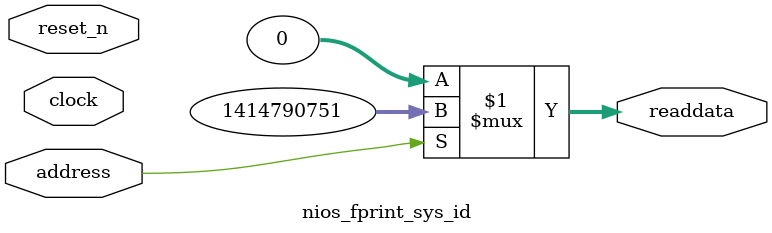
<source format=v>

`timescale 1ns / 1ps
// synthesis translate_on

// turn off superfluous verilog processor warnings 
// altera message_level Level1 
// altera message_off 10034 10035 10036 10037 10230 10240 10030 

module nios_fprint_sys_id (
               // inputs:
                address,
                clock,
                reset_n,

               // outputs:
                readdata
             )
;

  output  [ 31: 0] readdata;
  input            address;
  input            clock;
  input            reset_n;

  wire    [ 31: 0] readdata;
  //control_slave, which is an e_avalon_slave
  assign readdata = address ? 1414790751 : 0;

endmodule




</source>
